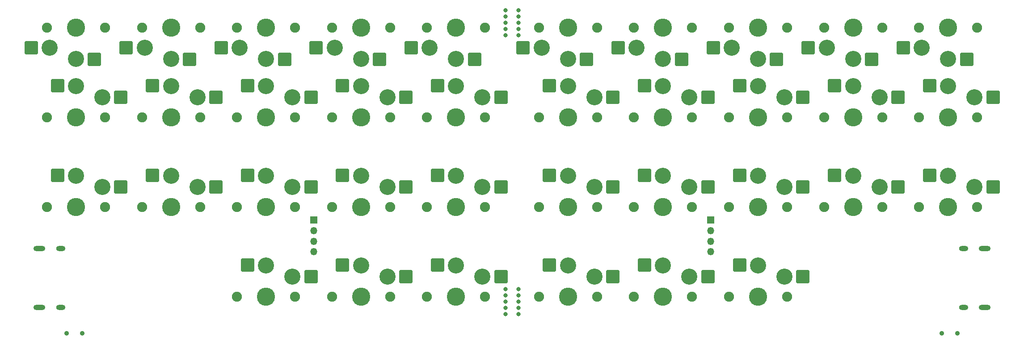
<source format=gbr>
%TF.GenerationSoftware,KiCad,Pcbnew,8.0.1*%
%TF.CreationDate,2024-03-30T18:05:25+05:00*%
%TF.ProjectId,pcb,7063622e-6b69-4636-9164-5f7063625858,rev?*%
%TF.SameCoordinates,Original*%
%TF.FileFunction,Soldermask,Bot*%
%TF.FilePolarity,Negative*%
%FSLAX46Y46*%
G04 Gerber Fmt 4.6, Leading zero omitted, Abs format (unit mm)*
G04 Created by KiCad (PCBNEW 8.0.1) date 2024-03-30 18:05:25*
%MOMM*%
%LPD*%
G01*
G04 APERTURE LIST*
G04 Aperture macros list*
%AMRoundRect*
0 Rectangle with rounded corners*
0 $1 Rounding radius*
0 $2 $3 $4 $5 $6 $7 $8 $9 X,Y pos of 4 corners*
0 Add a 4 corners polygon primitive as box body*
4,1,4,$2,$3,$4,$5,$6,$7,$8,$9,$2,$3,0*
0 Add four circle primitives for the rounded corners*
1,1,$1+$1,$2,$3*
1,1,$1+$1,$4,$5*
1,1,$1+$1,$6,$7*
1,1,$1+$1,$8,$9*
0 Add four rect primitives between the rounded corners*
20,1,$1+$1,$2,$3,$4,$5,0*
20,1,$1+$1,$4,$5,$6,$7,0*
20,1,$1+$1,$6,$7,$8,$9,0*
20,1,$1+$1,$8,$9,$2,$3,0*%
G04 Aperture macros list end*
%ADD10C,1.900000*%
%ADD11C,3.050000*%
%ADD12C,3.450000*%
%ADD13RoundRect,0.250000X-1.025000X-1.000000X1.025000X-1.000000X1.025000X1.000000X-1.025000X1.000000X0*%
%ADD14RoundRect,0.250000X1.025000X1.000000X-1.025000X1.000000X-1.025000X-1.000000X1.025000X-1.000000X0*%
%ADD15O,2.219000X1.000000*%
%ADD16O,1.762000X1.000000*%
%ADD17C,0.800000*%
%ADD18R,1.350000X1.350000*%
%ADD19O,1.350000X1.350000*%
%ADD20C,0.900000*%
G04 APERTURE END LIST*
D10*
%TO.C,SW26*%
X191700000Y-84000000D03*
D11*
X197200000Y-78100000D03*
D12*
X197200000Y-84000000D03*
D11*
X202200000Y-80200000D03*
D10*
X202700000Y-84000000D03*
D13*
X193700000Y-78000000D03*
X205700000Y-80200000D03*
%TD*%
D10*
%TO.C,SW2*%
X44500000Y-67000000D03*
D11*
X50000000Y-61100000D03*
D12*
X50000000Y-67000000D03*
D11*
X55000000Y-63200000D03*
D10*
X55500000Y-67000000D03*
D13*
X46500000Y-61000000D03*
X58500000Y-63200000D03*
%TD*%
D10*
%TO.C,SW10*%
X80500000Y-101000000D03*
D11*
X86000000Y-95100000D03*
D12*
X86000000Y-101000000D03*
D11*
X91000000Y-97200000D03*
D10*
X91500000Y-101000000D03*
D13*
X82500000Y-95000000D03*
X94500000Y-97200000D03*
%TD*%
D10*
%TO.C,SW14*%
X98500000Y-101000000D03*
D11*
X104000000Y-95100000D03*
D12*
X104000000Y-101000000D03*
D11*
X109000000Y-97200000D03*
D10*
X109500000Y-101000000D03*
D13*
X100500000Y-95000000D03*
X112500000Y-97200000D03*
%TD*%
D10*
%TO.C,SW36*%
X137700000Y-67000000D03*
D11*
X143200000Y-61100000D03*
D12*
X143200000Y-67000000D03*
D11*
X148200000Y-63200000D03*
D10*
X148700000Y-67000000D03*
D13*
X139700000Y-61000000D03*
X151700000Y-63200000D03*
%TD*%
D10*
%TO.C,SW15*%
X127500000Y-50000000D03*
D11*
X122000000Y-55900000D03*
D12*
X122000000Y-50000000D03*
D11*
X117000000Y-53800000D03*
D10*
X116500000Y-50000000D03*
D14*
X125500000Y-56000000D03*
X113500000Y-53800000D03*
%TD*%
D15*
%TO.C,J1*%
X43057400Y-103075300D03*
X43070100Y-91924700D03*
D16*
X47096000Y-103075400D03*
X47096000Y-91924700D03*
%TD*%
D17*
%TO.C,P2*%
X131400000Y-51431400D03*
X133800000Y-51431400D03*
X131400000Y-50240700D03*
X133800000Y-50240700D03*
X131400000Y-49050000D03*
X133800000Y-49050000D03*
X131400000Y-47859300D03*
X133800000Y-47859300D03*
X131400000Y-46668600D03*
X133800000Y-46668600D03*
%TD*%
D10*
%TO.C,SW9*%
X80500000Y-84000000D03*
D11*
X86000000Y-78100000D03*
D12*
X86000000Y-84000000D03*
D11*
X91000000Y-80200000D03*
D10*
X91500000Y-84000000D03*
D13*
X82500000Y-78000000D03*
X94500000Y-80200000D03*
%TD*%
D10*
%TO.C,SW27*%
X184699998Y-50000000D03*
D11*
X179199998Y-55900000D03*
D12*
X179199998Y-50000000D03*
D11*
X174199998Y-53800000D03*
D10*
X173699998Y-50000000D03*
D14*
X182699998Y-56000000D03*
X170699998Y-53800000D03*
%TD*%
D10*
%TO.C,SW18*%
X116500000Y-101000000D03*
D11*
X122000000Y-95100000D03*
D12*
X122000000Y-101000000D03*
D11*
X127000000Y-97200000D03*
D10*
X127500000Y-101000000D03*
D13*
X118500000Y-95000000D03*
X130500000Y-97200000D03*
%TD*%
D10*
%TO.C,SW38*%
X137700000Y-101000000D03*
D11*
X143200000Y-95100000D03*
D12*
X143200000Y-101000000D03*
D11*
X148200000Y-97200000D03*
D10*
X148700000Y-101000000D03*
D13*
X139700000Y-95000000D03*
X151700000Y-97200000D03*
%TD*%
D18*
%TO.C,J2*%
X95000000Y-86500000D03*
D19*
X95000000Y-88500000D03*
X95000000Y-90500000D03*
X95000000Y-92500000D03*
%TD*%
D10*
%TO.C,SW17*%
X116500000Y-84000000D03*
D11*
X122000000Y-78100000D03*
D12*
X122000000Y-84000000D03*
D11*
X127000000Y-80200000D03*
D10*
X127500000Y-84000000D03*
D13*
X118500000Y-78000000D03*
X130500000Y-80200000D03*
%TD*%
D10*
%TO.C,SW4*%
X73500000Y-50000000D03*
D11*
X68000000Y-55900000D03*
D12*
X68000000Y-50000000D03*
D11*
X63000000Y-53800000D03*
D10*
X62500000Y-50000000D03*
D14*
X71500000Y-56000000D03*
X59500000Y-53800000D03*
%TD*%
D10*
%TO.C,SW7*%
X91500000Y-50000000D03*
D11*
X86000000Y-55900000D03*
D12*
X86000000Y-50000000D03*
D11*
X81000000Y-53800000D03*
D10*
X80500000Y-50000000D03*
D14*
X89500000Y-56000000D03*
X77500000Y-53800000D03*
%TD*%
D10*
%TO.C,SW23*%
X209700000Y-84000000D03*
D11*
X215200000Y-78100000D03*
D12*
X215200000Y-84000000D03*
D11*
X220200000Y-80200000D03*
D10*
X220700000Y-84000000D03*
D13*
X211700000Y-78000000D03*
X223700000Y-80200000D03*
%TD*%
D10*
%TO.C,SW16*%
X116500000Y-67000000D03*
D11*
X122000000Y-61100000D03*
D12*
X122000000Y-67000000D03*
D11*
X127000000Y-63200000D03*
D10*
X127500000Y-67000000D03*
D13*
X118500000Y-61000000D03*
X130500000Y-63200000D03*
%TD*%
D10*
%TO.C,SW12*%
X98500000Y-67000000D03*
D11*
X104000000Y-61100000D03*
D12*
X104000000Y-67000000D03*
D11*
X109000000Y-63200000D03*
D10*
X109500000Y-67000000D03*
D13*
X100500000Y-61000000D03*
X112500000Y-63200000D03*
%TD*%
D10*
%TO.C,SW34*%
X155700000Y-101000000D03*
D11*
X161200000Y-95100000D03*
D12*
X161200000Y-101000000D03*
D11*
X166200000Y-97200000D03*
D10*
X166700000Y-101000000D03*
D13*
X157700000Y-95000000D03*
X169700000Y-97200000D03*
%TD*%
D10*
%TO.C,SW35*%
X148699998Y-50000000D03*
D11*
X143199998Y-55900000D03*
D12*
X143199998Y-50000000D03*
D11*
X138199998Y-53800000D03*
D10*
X137699998Y-50000000D03*
D14*
X146699998Y-56000000D03*
X134699998Y-53800000D03*
%TD*%
D10*
%TO.C,SW6*%
X62500000Y-84000000D03*
D11*
X68000000Y-78100000D03*
D12*
X68000000Y-84000000D03*
D11*
X73000000Y-80200000D03*
D10*
X73500000Y-84000000D03*
D13*
X64500000Y-78000000D03*
X76500000Y-80200000D03*
%TD*%
D18*
%TO.C,J4*%
X170200000Y-86500000D03*
D19*
X170200000Y-88500000D03*
X170200000Y-90500000D03*
X170200000Y-92500000D03*
%TD*%
D10*
%TO.C,SW37*%
X137700000Y-84000000D03*
D11*
X143200000Y-78100000D03*
D12*
X143200000Y-84000000D03*
D11*
X148200000Y-80200000D03*
D10*
X148700000Y-84000000D03*
D13*
X139700000Y-78000000D03*
X151700000Y-80200000D03*
%TD*%
D10*
%TO.C,SW28*%
X173700000Y-67000000D03*
D11*
X179200000Y-61100000D03*
D12*
X179200000Y-67000000D03*
D11*
X184200000Y-63200000D03*
D10*
X184700000Y-67000000D03*
D13*
X175700000Y-61000000D03*
X187700000Y-63200000D03*
%TD*%
D15*
%TO.C,J3*%
X222154050Y-91924800D03*
X222141350Y-103075400D03*
D16*
X218115450Y-91924700D03*
X218115450Y-103075400D03*
%TD*%
D10*
%TO.C,SW30*%
X173700000Y-101000000D03*
D11*
X179200000Y-95100000D03*
D12*
X179200000Y-101000000D03*
D11*
X184200000Y-97200000D03*
D10*
X184700000Y-101000000D03*
D13*
X175700000Y-95000000D03*
X187700000Y-97200000D03*
%TD*%
D10*
%TO.C,SW25*%
X191700000Y-67000000D03*
D11*
X197200000Y-61100000D03*
D12*
X197200000Y-67000000D03*
D11*
X202200000Y-63200000D03*
D10*
X202700000Y-67000000D03*
D13*
X193700000Y-61000000D03*
X205700000Y-63200000D03*
%TD*%
D10*
%TO.C,SW29*%
X173700000Y-84000000D03*
D11*
X179200000Y-78100000D03*
D12*
X179200000Y-84000000D03*
D11*
X184200000Y-80200000D03*
D10*
X184700000Y-84000000D03*
D13*
X175700000Y-78000000D03*
X187700000Y-80200000D03*
%TD*%
D10*
%TO.C,SW1*%
X55500000Y-50000000D03*
D11*
X50000000Y-55900000D03*
D12*
X50000000Y-50000000D03*
D11*
X45000000Y-53800000D03*
D10*
X44500000Y-50000000D03*
D14*
X53500000Y-56000000D03*
X41500000Y-53800000D03*
%TD*%
D10*
%TO.C,SW11*%
X109500000Y-50000000D03*
D11*
X104000000Y-55900000D03*
D12*
X104000000Y-50000000D03*
D11*
X99000000Y-53800000D03*
D10*
X98500000Y-50000000D03*
D14*
X107500000Y-56000000D03*
X95500000Y-53800000D03*
%TD*%
D10*
%TO.C,SW5*%
X62500000Y-67000000D03*
D11*
X68000000Y-61100000D03*
D12*
X68000000Y-67000000D03*
D11*
X73000000Y-63200000D03*
D10*
X73500000Y-67000000D03*
D13*
X64500000Y-61000000D03*
X76500000Y-63200000D03*
%TD*%
D10*
%TO.C,SW33*%
X155700000Y-84000000D03*
D11*
X161200000Y-78100000D03*
D12*
X161200000Y-84000000D03*
D11*
X166200000Y-80200000D03*
D10*
X166700000Y-84000000D03*
D13*
X157700000Y-78000000D03*
X169700000Y-80200000D03*
%TD*%
D20*
%TO.C,SW19*%
X48200000Y-108000000D03*
X51200000Y-108000000D03*
%TD*%
D10*
%TO.C,SW24*%
X202699998Y-50000000D03*
D11*
X197199998Y-55900000D03*
D12*
X197199998Y-50000000D03*
D11*
X192199998Y-53800000D03*
D10*
X191699998Y-50000000D03*
D14*
X200699998Y-56000000D03*
X188699998Y-53800000D03*
%TD*%
D10*
%TO.C,SW32*%
X155700000Y-67000000D03*
D11*
X161200000Y-61100000D03*
D12*
X161200000Y-67000000D03*
D11*
X166200000Y-63200000D03*
D10*
X166700000Y-67000000D03*
D13*
X157700000Y-61000000D03*
X169700000Y-63200000D03*
%TD*%
D10*
%TO.C,SW3*%
X44500000Y-84000000D03*
D11*
X50000000Y-78100000D03*
D12*
X50000000Y-84000000D03*
D11*
X55000000Y-80200000D03*
D10*
X55500000Y-84000000D03*
D13*
X46500000Y-78000000D03*
X58500000Y-80200000D03*
%TD*%
D20*
%TO.C,SW39*%
X214000000Y-108000000D03*
X217000000Y-108000000D03*
%TD*%
D10*
%TO.C,SW8*%
X80500000Y-67000000D03*
D11*
X86000000Y-61100000D03*
D12*
X86000000Y-67000000D03*
D11*
X91000000Y-63200000D03*
D10*
X91500000Y-67000000D03*
D13*
X82500000Y-61000000D03*
X94500000Y-63200000D03*
%TD*%
D17*
%TO.C,P2*%
X131400000Y-104331400D03*
X133800000Y-104331400D03*
X131400000Y-103140700D03*
X133800000Y-103140700D03*
X131400000Y-101950000D03*
X133800000Y-101950000D03*
X131400000Y-100759300D03*
X133800000Y-100759300D03*
X131400000Y-99568600D03*
X133800000Y-99568600D03*
%TD*%
D10*
%TO.C,SW22*%
X209700000Y-67000000D03*
D11*
X215200000Y-61100000D03*
D12*
X215200000Y-67000000D03*
D11*
X220200000Y-63200000D03*
D10*
X220700000Y-67000000D03*
D13*
X211700000Y-61000000D03*
X223700000Y-63200000D03*
%TD*%
D10*
%TO.C,SW21*%
X220699998Y-50000000D03*
D11*
X215199998Y-55900000D03*
D12*
X215199998Y-50000000D03*
D11*
X210199998Y-53800000D03*
D10*
X209699998Y-50000000D03*
D14*
X218699998Y-56000000D03*
X206699998Y-53800000D03*
%TD*%
D10*
%TO.C,SW13*%
X98500000Y-84000000D03*
D11*
X104000000Y-78100000D03*
D12*
X104000000Y-84000000D03*
D11*
X109000000Y-80200000D03*
D10*
X109500000Y-84000000D03*
D13*
X100500000Y-78000000D03*
X112500000Y-80200000D03*
%TD*%
D10*
%TO.C,SW31*%
X166699998Y-50000000D03*
D11*
X161199998Y-55900000D03*
D12*
X161199998Y-50000000D03*
D11*
X156199998Y-53800000D03*
D10*
X155699998Y-50000000D03*
D14*
X164699998Y-56000000D03*
X152699998Y-53800000D03*
%TD*%
M02*

</source>
